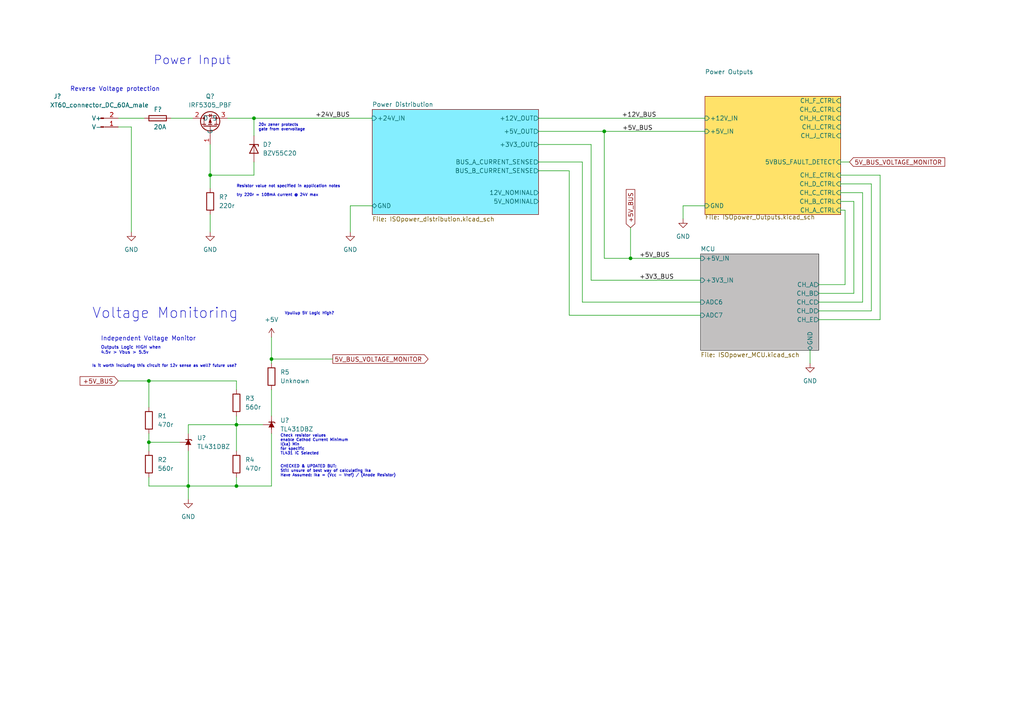
<source format=kicad_sch>
(kicad_sch (version 20211123) (generator eeschema)
  (paper "A4")
  (lib_symbols
    (symbol "000_Connectors_Immo:XT60_connector_DC_60A_male" (pin_names (offset 1.016))
      (property "Reference" "J?" (at 1.27 6.35 0))
      (property "Value" "XT60_connector_DC_60A_male" (at 8.89 -2.54 0))
      (symbol "XT60_connector_DC_60A_male_1_1"
        (polyline (pts (xy 1.27 -2.54) (xy 0.8636 -2.54)) (stroke (width 0.1524)))
        (polyline (pts (xy 1.27 0) (xy 0.8636 0)) (stroke (width 0.1524)))
        (rectangle (start 0.8636 -2.413) (end 0 -2.667) (stroke (width 0.1524)) (fill (type outline)))
        (rectangle (start 0.8636 0.127) (end 0 -0.127) (stroke (width 0.1524)) (fill (type outline)))
        (pin passive line (at 5.08 0 180) (length 3.81) (name "V-") (number "1"))
        (pin passive line (at 5.08 -2.54 180) (length 3.81) (name "V+") (number "2"))
      )
    )
    (symbol "000_MOSFET_Immo:IRF5305_PBF"
      (property "Reference" "Q?" (at 0 10.16 90))
      (property "Value" "IRF5305_PBF" (at 5.08 8.89 90))
      (symbol "IRF5305_PBF_0_1"
        (polyline (pts (xy 0.254 0) (xy -2.54 0)))
        (polyline (pts (xy 0.254 1.905) (xy 0.254 -1.905)) (stroke (width 0.254)))
        (polyline (pts (xy 0.762 -1.27) (xy 0.762 -2.286)) (stroke (width 0.254)))
        (polyline (pts (xy 0.762 0.508) (xy 0.762 -0.508)) (stroke (width 0.254)))
        (polyline (pts (xy 0.762 2.286) (xy 0.762 1.27)) (stroke (width 0.254)))
        (polyline (pts (xy 2.54 2.54) (xy 2.54 1.778)))
        (polyline (pts (xy 2.54 -2.54) (xy 2.54 0) (xy 0.762 0)))
        (polyline (pts (xy 0.762 1.778) (xy 3.302 1.778) (xy 3.302 -1.778) (xy 0.762 -1.778)))
        (polyline (pts (xy 2.286 0) (xy 1.27 0.381) (xy 1.27 -0.381) (xy 2.286 0)) (fill (type outline)))
        (polyline (pts (xy 2.794 -0.508) (xy 2.921 -0.381) (xy 3.683 -0.381) (xy 3.81 -0.254)))
        (polyline (pts (xy 3.302 -0.381) (xy 2.921 0.254) (xy 3.683 0.254) (xy 3.302 -0.381)))
        (circle (center 1.651 0) (radius 2.794) (stroke (width 0.254)))
        (circle (center 2.54 -1.778) (radius 0.254) (fill (type outline)))
        (circle (center 2.54 1.778) (radius 0.254) (fill (type outline)))
      )
      (symbol "IRF5305_PBF_1_1"
        (pin input line (at -5.08 0 0) (length 2.54) (name "G") (number "1"))
        (pin passive line (at 2.54 5.08 270) (length 2.54) (name "D") (number "2"))
        (pin passive line (at 2.54 -5.08 90) (length 2.54) (name "S") (number "3"))
      )
    )
    (symbol "000_Resistors_Immo:Resistor_0805" (pin_numbers hide) (pin_names (offset 0))
      (property "Reference" "R?" (at 2.54 1.2701 0))
      (property "Value" "Resistor_0805" (at 2.54 -1.2699 0))
      (symbol "Resistor_0805_0_1"
        (rectangle (start -1.016 -2.54) (end 1.016 2.54) (stroke (width 0.254)))
      )
      (symbol "Resistor_0805_1_1"
        (pin passive line (at 0 3.81 270) (length 1.27) (name "~") (number "1"))
        (pin passive line (at 0 -3.81 90) (length 1.27) (name "~") (number "2"))
      )
    )
    (symbol "000_protection_immo:Fuse" (pin_numbers hide) (pin_names (offset 0))
      (property "Reference" "F" (at 2.032 0 90))
      (property "Value" "Fuse" (at -1.905 0 90))
      (symbol "Fuse_0_1"
        (rectangle (start -0.762 -2.54) (end 0.762 2.54) (stroke (width 0.254)))
        (polyline (pts (xy 0 2.54) (xy 0 -2.54)))
      )
      (symbol "Fuse_1_1"
        (pin passive line (at 0 3.81 270) (length 1.27) (name "~") (number "1"))
        (pin passive line (at 0 -3.81 90) (length 1.27) (name "~") (number "2"))
      )
    )
    (symbol "Diode:BZV55C20" (pin_numbers hide) (pin_names (offset 1.016) hide)
      (property "Reference" "D" (at 0 2.54 0))
      (property "Value" "BZV55C20" (at 0 -2.54 0))
      (symbol "BZV55C20_0_1"
        (polyline (pts (xy 1.27 0) (xy -1.27 0)))
        (polyline (pts (xy -1.27 -1.27) (xy -1.27 1.27) (xy -0.762 1.27)) (stroke (width 0.254)))
        (polyline (pts (xy 1.27 -1.27) (xy 1.27 1.27) (xy -1.27 0) (xy 1.27 -1.27)) (stroke (width 0.254)))
      )
      (symbol "BZV55C20_1_1"
        (pin passive line (at -3.81 0 0) (length 2.54) (name "K") (number "1"))
        (pin passive line (at 3.81 0 180) (length 2.54) (name "A") (number "2"))
      )
    )
    (symbol "Reference_Voltage:TL431DBZ" (pin_numbers hide) (pin_names hide)
      (property "Reference" "U" (at -2.54 2.54 0))
      (property "Value" "TL431DBZ" (at 0 -2.54 0))
      (symbol "TL431DBZ_0_1"
        (polyline (pts (xy -1.27 0) (xy 0 0) (xy 1.27 0)))
        (polyline (pts (xy -0.762 0.762) (xy 0.762 0) (xy -0.762 -0.762)) (fill (type outline)))
        (polyline (pts (xy 0.508 -1.016) (xy 0.762 -0.762) (xy 0.762 0.762) (xy 0.762 0.762)) (stroke (width 0.254)))
      )
      (symbol "TL431DBZ_1_1"
        (pin passive line (at 2.54 0 180) (length 2.54) (name "K") (number "1"))
        (pin passive line (at 0 2.54 270) (length 2.54) (name "REF") (number "2"))
        (pin passive line (at -2.54 0 0) (length 2.54) (name "A") (number "3"))
      )
    )
    (symbol "power:+5V" (power) (pin_names (offset 0))
      (property "Value" "+5V" (at 0 3.556 0))
      (symbol "+5V_0_1"
        (polyline (pts (xy -0.762 1.27) (xy 0 2.54)))
        (polyline (pts (xy 0 0) (xy 0 2.54)))
        (polyline (pts (xy 0 2.54) (xy 0.762 1.27)))
      )
      (symbol "+5V_1_1"
        (pin power_in line (at 0 0 90) (length 0) hide (name "+5V") (number "1"))
      )
    )
    (symbol "power:GND" (power) (pin_names (offset 0))
      (property "Value" "GND" (at 0 -3.81 0))
      (symbol "GND_0_1"
        (polyline (pts (xy 0 0) (xy 0 -1.27) (xy 1.27 -1.27) (xy 0 -2.54) (xy -1.27 -1.27) (xy 0 -1.27)))
      )
      (symbol "GND_1_1"
        (pin power_in line (at 0 0 270) (length 0) hide (name "GND") (number "1"))
      )
    )
  )
  (junction (at 182.88 74.93))
  (junction (at 43.18 110.49))
  (junction (at 175.26 38.1))
  (junction (at 54.61 140.97))
  (junction (at 43.18 128.27))
  (junction (at 78.74 104.14))
  (junction (at 60.96 50.8))
  (junction (at 68.58 140.97))
  (junction (at 73.66 34.29))
  (junction (at 68.58 123.19))
  (wire (pts (xy 49.53 34.29) (xy 55.88 34.29)))
  (wire (pts (xy 252.73 90.17) (xy 252.73 53.34)))
  (wire (pts (xy 255.27 92.71) (xy 255.27 50.8)))
  (wire (pts (xy 203.2 74.93) (xy 182.88 74.93)))
  (wire (pts (xy 198.12 63.5) (xy 198.12 59.69)))
  (wire (pts (xy 250.19 55.88) (xy 243.84 55.88)))
  (wire (pts (xy 237.49 92.71) (xy 255.27 92.71)))
  (wire (pts (xy 156.21 49.53) (xy 165.1 49.53)))
  (wire (pts (xy 250.19 87.63) (xy 250.19 55.88)))
  (wire (pts (xy 165.1 49.53) (xy 165.1 91.44)))
  (wire (pts (xy 34.29 36.83) (xy 38.1 36.83)))
  (wire (pts (xy 73.66 46.99) (xy 73.66 50.8)))
  (wire (pts (xy 175.26 74.93) (xy 175.26 38.1)))
  (wire (pts (xy 101.6 59.69) (xy 107.95 59.69)))
  (wire (pts (xy 245.11 82.55) (xy 245.11 60.96)))
  (wire (pts (xy 247.65 85.09) (xy 247.65 58.42)))
  (wire (pts (xy 54.61 123.19) (xy 54.61 125.73)))
  (wire (pts (xy 66.04 34.29) (xy 73.66 34.29)))
  (wire (pts (xy 237.49 87.63) (xy 250.19 87.63)))
  (wire (pts (xy 60.96 62.23) (xy 60.96 67.31)))
  (wire (pts (xy 43.18 140.97) (xy 54.61 140.97)))
  (wire (pts (xy 243.84 46.99) (xy 246.38 46.99)))
  (wire (pts (xy 68.58 123.19) (xy 68.58 130.81)))
  (wire (pts (xy 171.45 81.28) (xy 171.45 41.91)))
  (wire (pts (xy 78.74 104.14) (xy 78.74 105.41)))
  (wire (pts (xy 247.65 58.42) (xy 243.84 58.42)))
  (wire (pts (xy 243.84 60.96) (xy 245.11 60.96)))
  (wire (pts (xy 54.61 140.97) (xy 54.61 144.78)))
  (wire (pts (xy 175.26 38.1) (xy 204.47 38.1)))
  (wire (pts (xy 78.74 113.03) (xy 78.74 120.65)))
  (wire (pts (xy 156.21 41.91) (xy 171.45 41.91)))
  (wire (pts (xy 60.96 50.8) (xy 60.96 54.61)))
  (wire (pts (xy 43.18 110.49) (xy 43.18 118.11)))
  (wire (pts (xy 68.58 138.43) (xy 68.58 140.97)))
  (wire (pts (xy 43.18 128.27) (xy 43.18 130.81)))
  (wire (pts (xy 78.74 97.79) (xy 78.74 104.14)))
  (wire (pts (xy 54.61 130.81) (xy 54.61 140.97)))
  (wire (pts (xy 78.74 104.14) (xy 96.52 104.14)))
  (wire (pts (xy 156.21 46.99) (xy 168.91 46.99)))
  (wire (pts (xy 38.1 36.83) (xy 38.1 67.31)))
  (wire (pts (xy 156.21 38.1) (xy 175.26 38.1)))
  (wire (pts (xy 43.18 138.43) (xy 43.18 140.97)))
  (wire (pts (xy 156.21 34.29) (xy 204.47 34.29)))
  (wire (pts (xy 60.96 41.91) (xy 60.96 50.8)))
  (wire (pts (xy 234.95 105.41) (xy 234.95 101.6)))
  (wire (pts (xy 198.12 59.69) (xy 204.47 59.69)))
  (wire (pts (xy 182.88 74.93) (xy 175.26 74.93)))
  (wire (pts (xy 68.58 113.03) (xy 68.58 110.49)))
  (wire (pts (xy 34.29 110.49) (xy 43.18 110.49)))
  (wire (pts (xy 182.88 66.04) (xy 182.88 74.93)))
  (wire (pts (xy 68.58 140.97) (xy 54.61 140.97)))
  (wire (pts (xy 43.18 128.27) (xy 52.07 128.27)))
  (wire (pts (xy 255.27 50.8) (xy 243.84 50.8)))
  (wire (pts (xy 168.91 46.99) (xy 168.91 87.63)))
  (wire (pts (xy 68.58 123.19) (xy 54.61 123.19)))
  (wire (pts (xy 168.91 87.63) (xy 203.2 87.63)))
  (wire (pts (xy 73.66 34.29) (xy 107.95 34.29)))
  (wire (pts (xy 68.58 123.19) (xy 76.2 123.19)))
  (wire (pts (xy 165.1 91.44) (xy 203.2 91.44)))
  (wire (pts (xy 73.66 50.8) (xy 60.96 50.8)))
  (wire (pts (xy 78.74 140.97) (xy 68.58 140.97)))
  (wire (pts (xy 43.18 125.73) (xy 43.18 128.27)))
  (wire (pts (xy 237.49 82.55) (xy 245.11 82.55)))
  (wire (pts (xy 101.6 67.31) (xy 101.6 59.69)))
  (wire (pts (xy 252.73 90.17) (xy 237.49 90.17)))
  (wire (pts (xy 247.65 85.09) (xy 237.49 85.09)))
  (wire (pts (xy 73.66 34.29) (xy 73.66 39.37)))
  (wire (pts (xy 78.74 125.73) (xy 78.74 140.97)))
  (wire (pts (xy 68.58 120.65) (xy 68.58 123.19)))
  (wire (pts (xy 68.58 110.49) (xy 43.18 110.49)))
  (wire (pts (xy 252.73 53.34) (xy 243.84 53.34)))
  (wire (pts (xy 203.2 81.28) (xy 171.45 81.28)))
  (wire (pts (xy 34.29 34.29) (xy 41.91 34.29)))
  (text "Vpullup 5V Logic High?\n" (at 82.55 91.44 0) (effects (font (size 0.8 0.8)) (justify left bottom)))
  (text "Resistor value not specified in application notes\n\ntry 220r = 108mA current @ 24V max" (at 68.58 57.15 0) (effects (font (size 0.8 0.8)) (justify left bottom)))
  (text "Reverse Voltage protection" (at 20.32 26.67 0) (effects (font (size 1.27 1.27)) (justify left bottom)))
  (text "Outputs Logic HIGH when\n4.5v > Vbus > 5.5v " (at 29.21 102.87 0) (effects (font (size 0.9 0.9)) (justify left bottom)))
  (text "Power Input" (at 44.45 19.05 0) (effects (font (size 2.5 2.5)) (justify left bottom)))
  (text "Is it worth including this circuit for 12v sense as well? future use?" (at 26.67 106.68 0) (effects (font (size 0.8 0.8)) (justify left bottom)))
  (text "Independent Voltage Monitor" (at 29.21 99.06 0) (effects (font (size 1.27 1.27)) (justify left bottom)))
  (text "Voltage Monitoring" (at 26.67 92.71 0) (effects (font (size 3 3)) (justify left bottom)))
  (text "Check resistor values\nenable Cathod Current Minimum\nI(ka) Min\nfor specific\nTL431 IC Selected" (at 81.28 132.08 0) (effects (font (size 0.8 0.8)) (justify left bottom)))
  (text "20v zener protects\ngate from overvoltage" (at 74.93 38.1 0) (effects (font (size 0.8 0.8)) (justify left bottom)))
  (text "CHECKED & UPDATED BUT:\nStill unsure of best way of calculating Ika\nHave Assumed: Ika = (Vcc - Vref) / (Anode Resistor)" (at 81.28 138.43 0) (effects (font (size 0.8 0.8)) (justify left bottom)))
  (label "+12V_BUS" (at 180.34 34.29 0))
  (label "+24V_BUS" (at 91.44 34.29 0))
  (label "+5V_BUS" (at 180.4597 38.1 0))
  (label "+5V_BUS" (at 185.42 74.93 0))
  (label "+3V3_BUS" (at 185.42 81.28 0))
  (global_label "5V_BUS_VOLTAGE_MONITOR" (shape input) (at 246.38 46.99 0) (property "Intersheet References" "${INTERSHEET_REFS}" (effects hide)))
  (global_label "5V_BUS_VOLTAGE_MONITOR" (shape output) (at 96.52 104.14 0) (property "Intersheet References" "${INTERSHEET_REFS}" (effects hide)))
  (global_label "+5V_BUS" (shape input) (at 34.29 110.49 180) (property "Intersheet References" "${INTERSHEET_REFS}" (effects hide)))
  (global_label "+5V_BUS" (shape input) (at 182.88 66.04 90) (property "Intersheet References" "${INTERSHEET_REFS}" (effects hide)))
  (symbol (lib_id "000_Resistors_Immo:Resistor_0805") (at 43.18 121.92 0) (unit 1)
    (property "Reference" "R1" (at 45.72 120.6499 0) (effects (justify left)))
    (property "Value" "470r" (at 45.72 123.1899 0) (effects (justify left)))
    (property "Footprint" "Resistor_SMD:R_0805_2012Metric_Pad1.20x1.40mm_HandSolder" (effects hide))
  )
  (symbol (lib_id "000_protection_immo:Fuse") (at 45.72 34.29 90) (unit 1)
    (property "Reference" "F?" (at 46.99 31.75 90) (effects (justify left)))
    (property "Value" "20A" (at 48.26 36.83 90) (effects (justify left)))
    (property "Footprint" "Fuse:Fuseholder_Cylinder-5x20mm_Stelvio-Kontek_PTF78_Horizontal_Open" (effects hide))
  )
  (symbol (lib_id "000_Resistors_Immo:Resistor_0805") (at 68.58 134.62 0) (unit 1)
    (property "Reference" "R4" (at 71.12 133.3499 0) (effects (justify left)))
    (property "Value" "470r" (at 71.12 135.8899 0) (effects (justify left)))
    (property "Footprint" "Resistor_SMD:R_0805_2012Metric_Pad1.20x1.40mm_HandSolder" (effects hide))
  )
  (symbol (lib_id "power:GND") (at 38.1 67.31 0) (unit 1)
    (property "Reference" "#PWR?" (effects hide))
    (property "Value" "GND" (at 38.1 72.39 0))
  )
  (symbol (lib_id "000_Resistors_Immo:Resistor_0805") (at 68.58 116.84 0) (unit 1)
    (property "Reference" "R3" (at 71.12 115.5699 0) (effects (justify left)))
    (property "Value" "560r" (at 71.12 118.1099 0) (effects (justify left)))
    (property "Footprint" "Resistor_SMD:R_0805_2012Metric_Pad1.20x1.40mm_HandSolder" (effects hide))
  )
  (symbol (lib_id "Reference_Voltage:TL431DBZ") (at 54.61 128.27 90) (unit 1)
    (property "Reference" "U?" (at 57.15 126.9999 90) (effects (justify right)))
    (property "Value" "TL431DBZ" (at 57.15 129.5399 90) (effects (justify right)))
    (property "Footprint" "Package_TO_SOT_SMD:SOT-23" (effects hide))
    (property "Datasheet" "http://www.ti.com/lit/ds/symlink/tl431.pdf" (effects hide))
  )
  (symbol (lib_id "000_Connectors_Immo:XT60_connector_DC_60A_male") (at 29.21 36.83 0) (mirror x) (unit 1)
    (property "Reference" "J?" (at 17.78 27.94 0) (effects (justify right)))
    (property "Value" "XT60_connector_DC_60A_male" (at 43.18 30.48 0) (effects (justify right)))
  )
  (symbol (lib_id "Diode:BZV55C20") (at 73.66 43.18 270) (unit 1)
    (property "Reference" "D?" (at 76.2 41.9099 90) (effects (justify left)))
    (property "Value" "BZV55C20" (at 76.2 44.4499 90) (effects (justify left)))
    (property "Footprint" "Diode_SMD:D_MiniMELF" (effects hide))
    (property "Datasheet" "https://assets.nexperia.com/documents/data-sheet/BZV55_SER.pdf" (effects hide))
  )
  (symbol (lib_id "power:GND") (at 234.95 105.41 0) (unit 1)
    (property "Reference" "#PWR?" (effects hide))
    (property "Value" "GND" (at 234.95 110.49 0))
  )
  (symbol (lib_id "power:GND") (at 60.96 67.31 0) (unit 1)
    (property "Reference" "#PWR?" (effects hide))
    (property "Value" "GND" (at 60.96 72.39 0))
  )
  (symbol (lib_id "Reference_Voltage:TL431DBZ") (at 78.74 123.19 90) (unit 1)
    (property "Reference" "U?" (at 81.28 121.9199 90) (effects (justify right)))
    (property "Value" "TL431DBZ" (at 81.28 124.4599 90) (effects (justify right)))
    (property "Footprint" "Package_TO_SOT_SMD:SOT-23" (effects hide))
    (property "Datasheet" "http://www.ti.com/lit/ds/symlink/tl431.pdf" (effects hide))
  )
  (symbol (lib_id "power:+5V") (at 78.74 97.79 0) (unit 1)
    (property "Reference" "#PWR?" (effects hide))
    (property "Value" "+5V" (at 78.74 92.71 0))
  )
  (symbol (lib_id "000_Resistors_Immo:Resistor_0805") (at 78.74 109.22 0) (unit 1)
    (property "Reference" "R5" (at 81.28 107.9499 0) (effects (justify left)))
    (property "Value" "Unknown" (at 81.28 110.4899 0) (effects (justify left)))
    (property "Footprint" "Resistor_SMD:R_0805_2012Metric_Pad1.20x1.40mm_HandSolder" (effects hide))
  )
  (symbol (lib_id "000_MOSFET_Immo:IRF5305_PBF") (at 60.96 36.83 90) (unit 1)
    (property "Reference" "Q?" (at 60.96 27.94 90))
    (property "Value" "IRF5305_PBF" (at 60.96 30.48 90))
    (property "Footprint" "Package_TO_SOT_THT:TO-220-3_Vertical" (effects hide))
    (property "Datasheet" "http://www.infineon.com/dgdl/irf4905.pdf?fileId=5546d462533600a4015355e32165197c" (effects hide))
  )
  (symbol (lib_id "000_Resistors_Immo:Resistor_0805") (at 60.96 58.42 0) (unit 1)
    (property "Reference" "R?" (at 63.5 57.1499 0) (effects (justify left)))
    (property "Value" "220r" (at 63.5 59.6899 0) (effects (justify left)))
    (property "Footprint" "Resistor_SMD:R_0805_2012Metric_Pad1.20x1.40mm_HandSolder" (effects hide))
  )
  (symbol (lib_id "000_Resistors_Immo:Resistor_0805") (at 43.18 134.62 0) (unit 1)
    (property "Reference" "R2" (at 45.72 133.3499 0) (effects (justify left)))
    (property "Value" "560r" (at 45.72 135.8899 0) (effects (justify left)))
    (property "Footprint" "Resistor_SMD:R_0805_2012Metric_Pad1.20x1.40mm_HandSolder" (effects hide))
  )
  (symbol (lib_id "power:GND") (at 198.12 63.5 0) (unit 1)
    (property "Reference" "#PWR?" (effects hide))
    (property "Value" "GND" (at 198.12 68.58 0))
  )
  (symbol (lib_id "power:GND") (at 54.61 144.78 0) (unit 1)
    (property "Reference" "#PWR?" (effects hide))
    (property "Value" "GND" (at 54.61 149.86 0))
  )
  (symbol (lib_id "power:GND") (at 101.6 67.31 0) (unit 1)
    (property "Reference" "#PWR?" (effects hide))
    (property "Value" "GND" (at 101.6 72.39 0))
  )
  (sheet (at 107.95 31.75) (size 48.26 30.48) (stroke (width 0.1524)) (fill (color 132 238 255 1.0000))
    (property "Sheet name" "Power Distribution" (at 107.95 31.0384 0) (effects (justify left bottom)))
    (property "Sheet file" "ISOpower_distribution.kicad_sch" (at 107.95 62.8146 0) (effects (justify left top)))
    (pin "5V_NOMINAL" output (at 156.21 58.42 0))
    (pin "12V_NOMINAL" output (at 156.21 55.88 0))
    (pin "+3V3_OUT" output (at 156.21 41.91 0))
    (pin "+5V_OUT" output (at 156.21 38.1 0))
    (pin "+12V_OUT" output (at 156.21 34.29 0))
    (pin "+24V_IN" input (at 107.95 34.29 180))
    (pin "BUS_A_CURRENT_SENSE" output (at 156.21 46.99 0))
    (pin "BUS_B_CURRENT_SENSE" output (at 156.21 49.53 0))
    (pin "GND" bidirectional (at 107.95 59.69 180))
  )
  (sheet (at 203.2 73.66) (size 34.29 27.94) (stroke (width 0.1524) (color 54 52 53 1)) (fill (color 194 192 192 1.0000))
    (property "Sheet name" "MCU" (at 203.2 72.9484 0) (effects (justify left bottom)))
    (property "Sheet file" "ISOpower_MCU.kicad_sch" (at 203.2 102.1846 0) (effects (justify left top)))
    (pin "+5V_IN" input (at 203.2 74.93 180))
    (pin "ADC7" input (at 203.2 91.44 180))
    (pin "ADC6" input (at 203.2 87.63 180))
    (pin "+3V3_IN" input (at 203.2 81.28 180))
    (pin "CH_B" output (at 237.49 85.09 0))
    (pin "CH_C" output (at 237.49 87.63 0))
    (pin "CH_A" output (at 237.49 82.55 0))
    (pin "CH_D" output (at 237.49 90.17 0))
    (pin "CH_E" output (at 237.49 92.71 0))
    (pin "GND" bidirectional (at 234.95 101.6 270))
  )
  (sheet (at 204.47 27.94) (size 39.37 34.29) (stroke (width 0.1524)) (fill (color 255 226 105 1.0000))
    (property "Sheet name" "Power Outputs" (at 204.47 21.59 0) (effects (justify left bottom)))
    (property "Sheet file" "ISOpower_Outputs.kicad_sch" (at 204.47 62.23 0) (effects (justify left top)))
    (pin "CH_E_CTRL" input (at 243.84 50.8 0))
    (pin "CH_D_CTRL" input (at 243.84 53.34 0))
    (pin "5VBUS_FAULT_DETECT" input (at 243.84 46.99 0))
    (pin "CH_C_CTRL" input (at 243.84 55.88 0))
    (pin "+5V_IN" input (at 204.47 38.1 180))
    (pin "CH_A_CTRL" input (at 243.84 60.96 0))
    (pin "CH_B_CTRL" input (at 243.84 58.42 0))
    (pin "+12V_IN" input (at 204.47 34.29 180))
    (pin "GND" input (at 204.47 59.69 180))
    (pin "CH_I_CTRL" input (at 243.84 36.83 0))
    (pin "CH_J_CTRL" input (at 243.84 39.37 0))
    (pin "CH_F_CTRL" input (at 243.84 29.21 0))
    (pin "CH_G_CTRL" input (at 243.84 31.75 0))
    (pin "CH_H_CTRL" input (at 243.84 34.29 0))
  )
)
</source>
